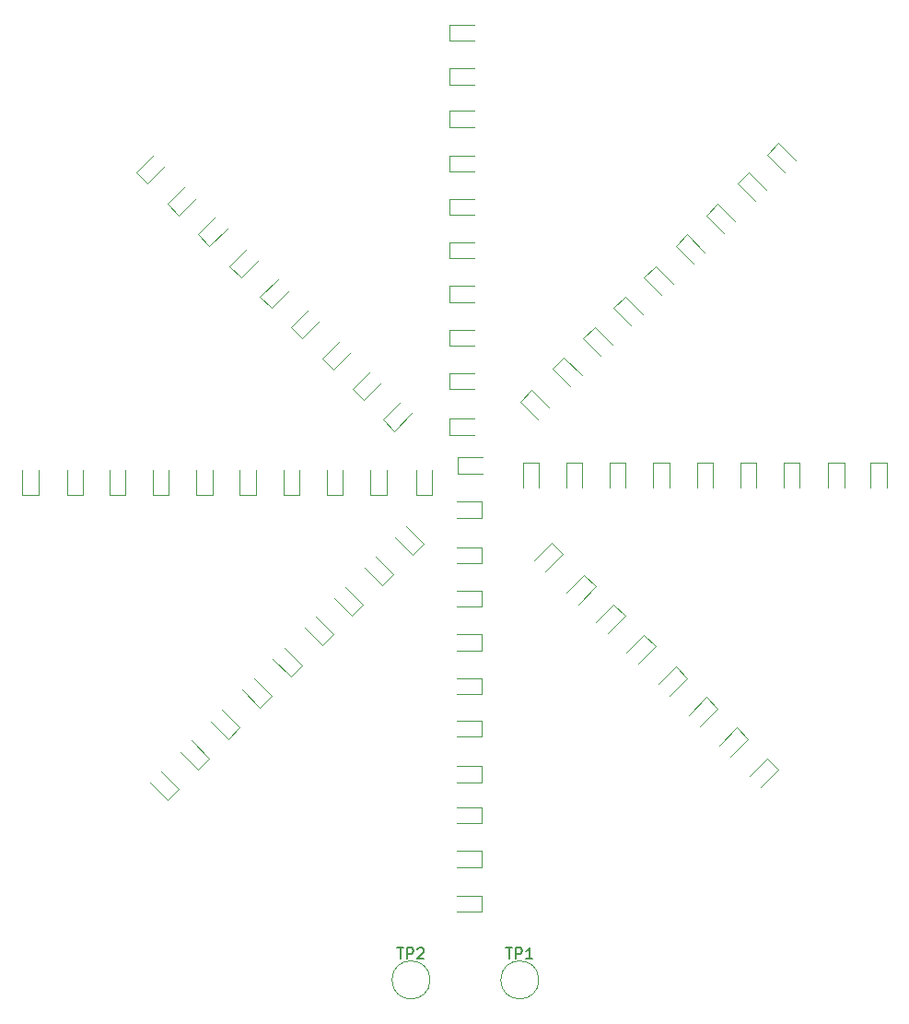
<source format=gto>
G04 #@! TF.GenerationSoftware,KiCad,Pcbnew,9.0.2-9.0.2-0~ubuntu24.04.1*
G04 #@! TF.CreationDate,2025-06-27T06:42:29-07:00*
G04 #@! TF.ProjectId,2025-flex-spiral-two,32303235-2d66-46c6-9578-2d7370697261,Jul2025*
G04 #@! TF.SameCoordinates,Original*
G04 #@! TF.FileFunction,Legend,Top*
G04 #@! TF.FilePolarity,Positive*
%FSLAX46Y46*%
G04 Gerber Fmt 4.6, Leading zero omitted, Abs format (unit mm)*
G04 Created by KiCad (PCBNEW 9.0.2-9.0.2-0~ubuntu24.04.1) date 2025-06-27 06:42:29*
%MOMM*%
%LPD*%
G01*
G04 APERTURE LIST*
%ADD10C,0.150000*%
%ADD11C,0.120000*%
G04 APERTURE END LIST*
D10*
X103738095Y-143056819D02*
X104309523Y-143056819D01*
X104023809Y-144056819D02*
X104023809Y-143056819D01*
X104642857Y-144056819D02*
X104642857Y-143056819D01*
X104642857Y-143056819D02*
X105023809Y-143056819D01*
X105023809Y-143056819D02*
X105119047Y-143104438D01*
X105119047Y-143104438D02*
X105166666Y-143152057D01*
X105166666Y-143152057D02*
X105214285Y-143247295D01*
X105214285Y-143247295D02*
X105214285Y-143390152D01*
X105214285Y-143390152D02*
X105166666Y-143485390D01*
X105166666Y-143485390D02*
X105119047Y-143533009D01*
X105119047Y-143533009D02*
X105023809Y-143580628D01*
X105023809Y-143580628D02*
X104642857Y-143580628D01*
X106166666Y-144056819D02*
X105595238Y-144056819D01*
X105880952Y-144056819D02*
X105880952Y-143056819D01*
X105880952Y-143056819D02*
X105785714Y-143199676D01*
X105785714Y-143199676D02*
X105690476Y-143294914D01*
X105690476Y-143294914D02*
X105595238Y-143342533D01*
X93738095Y-143056819D02*
X94309523Y-143056819D01*
X94023809Y-144056819D02*
X94023809Y-143056819D01*
X94642857Y-144056819D02*
X94642857Y-143056819D01*
X94642857Y-143056819D02*
X95023809Y-143056819D01*
X95023809Y-143056819D02*
X95119047Y-143104438D01*
X95119047Y-143104438D02*
X95166666Y-143152057D01*
X95166666Y-143152057D02*
X95214285Y-143247295D01*
X95214285Y-143247295D02*
X95214285Y-143390152D01*
X95214285Y-143390152D02*
X95166666Y-143485390D01*
X95166666Y-143485390D02*
X95119047Y-143533009D01*
X95119047Y-143533009D02*
X95023809Y-143580628D01*
X95023809Y-143580628D02*
X94642857Y-143580628D01*
X95595238Y-143152057D02*
X95642857Y-143104438D01*
X95642857Y-143104438D02*
X95738095Y-143056819D01*
X95738095Y-143056819D02*
X95976190Y-143056819D01*
X95976190Y-143056819D02*
X96071428Y-143104438D01*
X96071428Y-143104438D02*
X96119047Y-143152057D01*
X96119047Y-143152057D02*
X96166666Y-143247295D01*
X96166666Y-143247295D02*
X96166666Y-143342533D01*
X96166666Y-143342533D02*
X96119047Y-143485390D01*
X96119047Y-143485390D02*
X95547619Y-144056819D01*
X95547619Y-144056819D02*
X96166666Y-144056819D01*
D11*
G04 #@! TO.C,D29*
X113054038Y-114185409D02*
X114669777Y-112569670D01*
X113630330Y-111530223D02*
X112014591Y-113145962D01*
X114669777Y-112569670D02*
X113630330Y-111530223D01*
G04 #@! TO.C,D6*
X99200000Y-107735000D02*
X101485000Y-107735000D01*
X101485000Y-106265000D02*
X99200000Y-106265000D01*
X101485000Y-107735000D02*
X101485000Y-106265000D01*
G04 #@! TO.C,D36*
X121265000Y-98515000D02*
X121265000Y-100800000D01*
X122735000Y-98515000D02*
X121265000Y-98515000D01*
X122735000Y-100800000D02*
X122735000Y-98515000D01*
G04 #@! TO.C,D32*
X79265000Y-99200000D02*
X79265000Y-101485000D01*
X79265000Y-101485000D02*
X80735000Y-101485000D01*
X80735000Y-101485000D02*
X80735000Y-99200000D01*
G04 #@! TO.C,D62*
X99200000Y-135635000D02*
X101485000Y-135635000D01*
X101485000Y-134165000D02*
X99200000Y-134165000D01*
X101485000Y-135635000D02*
X101485000Y-134165000D01*
G04 #@! TO.C,D49*
X78330223Y-80430330D02*
X79369670Y-81469777D01*
X79369670Y-81469777D02*
X80985409Y-79854038D01*
X79945962Y-78814591D02*
X78330223Y-80430330D01*
G04 #@! TO.C,D27*
X110830223Y-87069670D02*
X112445962Y-88685409D01*
X111869670Y-86030223D02*
X110830223Y-87069670D01*
X113485409Y-87645962D02*
X111869670Y-86030223D01*
G04 #@! TO.C,D12*
X109265000Y-98515000D02*
X109265000Y-100800000D01*
X110735000Y-98515000D02*
X109265000Y-98515000D01*
X110735000Y-100800000D02*
X110735000Y-98515000D01*
G04 #@! TO.C,D21*
X110354038Y-111485409D02*
X111969777Y-109869670D01*
X110930330Y-108830223D02*
X109314591Y-110445962D01*
X111969777Y-109869670D02*
X110930330Y-108830223D01*
G04 #@! TO.C,D73*
X69730223Y-71830330D02*
X70769670Y-72869777D01*
X70769670Y-72869777D02*
X72385409Y-71254038D01*
X71345962Y-70214591D02*
X69730223Y-71830330D01*
G04 #@! TO.C,D35*
X113630223Y-84269670D02*
X115245962Y-85885409D01*
X114669670Y-83230223D02*
X113630223Y-84269670D01*
X116285409Y-84845962D02*
X114669670Y-83230223D01*
G04 #@! TO.C,D28*
X117265000Y-98515000D02*
X117265000Y-100800000D01*
X118735000Y-98515000D02*
X117265000Y-98515000D01*
X118735000Y-100800000D02*
X118735000Y-98515000D01*
G04 #@! TO.C,D25*
X86830223Y-88930330D02*
X87869670Y-89969777D01*
X87869670Y-89969777D02*
X89485409Y-88354038D01*
X88445962Y-87314591D02*
X86830223Y-88930330D01*
G04 #@! TO.C,D56*
X67265000Y-99200000D02*
X67265000Y-101485000D01*
X67265000Y-101485000D02*
X68735000Y-101485000D01*
X68735000Y-101485000D02*
X68735000Y-99200000D01*
G04 #@! TO.C,D38*
X99200000Y-123635000D02*
X101485000Y-123635000D01*
X101485000Y-122165000D02*
X99200000Y-122165000D01*
X101485000Y-123635000D02*
X101485000Y-122165000D01*
G04 #@! TO.C,D48*
X71265000Y-99200000D02*
X71265000Y-101485000D01*
X71265000Y-101485000D02*
X72735000Y-101485000D01*
X72735000Y-101485000D02*
X72735000Y-99200000D01*
G04 #@! TO.C,D33*
X83930223Y-86030330D02*
X84969670Y-87069777D01*
X84969670Y-87069777D02*
X86585409Y-85454038D01*
X85545962Y-84414591D02*
X83930223Y-86030330D01*
G04 #@! TO.C,D1*
X99265000Y-98015000D02*
X99265000Y-99485000D01*
X99265000Y-99485000D02*
X101550000Y-99485000D01*
X101550000Y-98015000D02*
X99265000Y-98015000D01*
G04 #@! TO.C,D51*
X119330223Y-78569670D02*
X120945962Y-80185409D01*
X120369670Y-77530223D02*
X119330223Y-78569670D01*
X121985409Y-79145962D02*
X120369670Y-77530223D01*
G04 #@! TO.C,D10*
X98515000Y-90265000D02*
X98515000Y-91735000D01*
X98515000Y-91735000D02*
X100800000Y-91735000D01*
X100800000Y-90265000D02*
X98515000Y-90265000D01*
G04 #@! TO.C,D71*
X71014591Y-127854038D02*
X72630330Y-129469777D01*
X72630330Y-129469777D02*
X73669777Y-128430330D01*
X73669777Y-128430330D02*
X72054038Y-126814591D01*
G04 #@! TO.C,D2*
X99200000Y-103535000D02*
X101485000Y-103535000D01*
X101485000Y-102065000D02*
X99200000Y-102065000D01*
X101485000Y-103535000D02*
X101485000Y-102065000D01*
G04 #@! TO.C,D20*
X113265000Y-98515000D02*
X113265000Y-100800000D01*
X114735000Y-98515000D02*
X113265000Y-98515000D01*
X114735000Y-100800000D02*
X114735000Y-98515000D01*
G04 #@! TO.C,D58*
X98515000Y-66165000D02*
X98515000Y-67635000D01*
X98515000Y-67635000D02*
X100800000Y-67635000D01*
X100800000Y-66165000D02*
X98515000Y-66165000D01*
G04 #@! TO.C,D31*
X85214591Y-113654038D02*
X86830330Y-115269777D01*
X86830330Y-115269777D02*
X87869777Y-114230330D01*
X87869777Y-114230330D02*
X86254038Y-112614591D01*
G04 #@! TO.C,D59*
X122130223Y-75769670D02*
X123745962Y-77385409D01*
X123169670Y-74730223D02*
X122130223Y-75769670D01*
X124785409Y-76345962D02*
X123169670Y-74730223D01*
G04 #@! TO.C,D74*
X98515000Y-58265000D02*
X98515000Y-59735000D01*
X98515000Y-59735000D02*
X100800000Y-59735000D01*
X100800000Y-58265000D02*
X98515000Y-58265000D01*
G04 #@! TO.C,D42*
X98515000Y-74265000D02*
X98515000Y-75735000D01*
X98515000Y-75735000D02*
X100800000Y-75735000D01*
X100800000Y-74265000D02*
X98515000Y-74265000D01*
G04 #@! TO.C,D43*
X116430223Y-81469670D02*
X118045962Y-83085409D01*
X117469670Y-80430223D02*
X116430223Y-81469670D01*
X119085409Y-82045962D02*
X117469670Y-80430223D01*
G04 #@! TO.C,D70*
X99200000Y-139735000D02*
X101485000Y-139735000D01*
X101485000Y-138265000D02*
X99200000Y-138265000D01*
X101485000Y-139735000D02*
X101485000Y-138265000D01*
G04 #@! TO.C,TP1*
X106750000Y-146000000D02*
G75*
G02*
X103250000Y-146000000I-1750000J0D01*
G01*
X103250000Y-146000000D02*
G75*
G02*
X106750000Y-146000000I1750000J0D01*
G01*
G04 #@! TO.C,D34*
X98515000Y-78265000D02*
X98515000Y-79735000D01*
X98515000Y-79735000D02*
X100800000Y-79735000D01*
X100800000Y-78265000D02*
X98515000Y-78265000D01*
G04 #@! TO.C,D53*
X121554038Y-122685409D02*
X123169777Y-121069670D01*
X122130330Y-120030223D02*
X120514591Y-121645962D01*
X123169777Y-121069670D02*
X122130330Y-120030223D01*
G04 #@! TO.C,D60*
X133365000Y-98515000D02*
X133365000Y-100800000D01*
X134835000Y-98515000D02*
X133365000Y-98515000D01*
X134835000Y-100800000D02*
X134835000Y-98515000D01*
G04 #@! TO.C,D72*
X59265000Y-99200000D02*
X59265000Y-101485000D01*
X59265000Y-101485000D02*
X60735000Y-101485000D01*
X60735000Y-101485000D02*
X60735000Y-99200000D01*
G04 #@! TO.C,D26*
X98515000Y-82265000D02*
X98515000Y-83735000D01*
X98515000Y-83735000D02*
X100800000Y-83735000D01*
X100800000Y-82265000D02*
X98515000Y-82265000D01*
G04 #@! TO.C,D16*
X87265000Y-99200000D02*
X87265000Y-101485000D01*
X87265000Y-101485000D02*
X88735000Y-101485000D01*
X88735000Y-101485000D02*
X88735000Y-99200000D01*
G04 #@! TO.C,D24*
X83265000Y-99200000D02*
X83265000Y-101485000D01*
X83265000Y-101485000D02*
X84735000Y-101485000D01*
X84735000Y-101485000D02*
X84735000Y-99200000D01*
G04 #@! TO.C,D22*
X99200000Y-115735000D02*
X101485000Y-115735000D01*
X101485000Y-114265000D02*
X99200000Y-114265000D01*
X101485000Y-115735000D02*
X101485000Y-114265000D01*
G04 #@! TO.C,D63*
X73814591Y-125054038D02*
X75430330Y-126669777D01*
X75430330Y-126669777D02*
X76469777Y-125630330D01*
X76469777Y-125630330D02*
X74854038Y-124014591D01*
G04 #@! TO.C,D7*
X93514591Y-105354038D02*
X95130330Y-106969777D01*
X95130330Y-106969777D02*
X96169777Y-105930330D01*
X96169777Y-105930330D02*
X94554038Y-104314591D01*
G04 #@! TO.C,D57*
X75430223Y-77530330D02*
X76469670Y-78569777D01*
X76469670Y-78569777D02*
X78085409Y-76954038D01*
X77045962Y-75914591D02*
X75430223Y-77530330D01*
G04 #@! TO.C,D4*
X98515000Y-94465000D02*
X98515000Y-95935000D01*
X98515000Y-95935000D02*
X100800000Y-95935000D01*
X100800000Y-94465000D02*
X98515000Y-94465000D01*
G04 #@! TO.C,D45*
X118754038Y-119885409D02*
X120369777Y-118269670D01*
X119330330Y-117230223D02*
X117714591Y-118845962D01*
X120369777Y-118269670D02*
X119330330Y-117230223D01*
G04 #@! TO.C,D41*
X81130223Y-83230330D02*
X82169670Y-84269777D01*
X82169670Y-84269777D02*
X83785409Y-82654038D01*
X82745962Y-81614591D02*
X81130223Y-83230330D01*
G04 #@! TO.C,D55*
X76614591Y-122254038D02*
X78230330Y-123869777D01*
X78230330Y-123869777D02*
X79269777Y-122830330D01*
X79269777Y-122830330D02*
X77654038Y-121214591D01*
G04 #@! TO.C,D50*
X98515000Y-70265000D02*
X98515000Y-71735000D01*
X98515000Y-71735000D02*
X100800000Y-71735000D01*
X100800000Y-70265000D02*
X98515000Y-70265000D01*
G04 #@! TO.C,D54*
X99200000Y-131635000D02*
X101485000Y-131635000D01*
X101485000Y-130165000D02*
X99200000Y-130165000D01*
X101485000Y-131635000D02*
X101485000Y-130165000D01*
G04 #@! TO.C,D37*
X115854038Y-116985409D02*
X117469777Y-115369670D01*
X116430330Y-114330223D02*
X114814591Y-115945962D01*
X117469777Y-115369670D02*
X116430330Y-114330223D01*
G04 #@! TO.C,D17*
X89630223Y-91730330D02*
X90669670Y-92769777D01*
X90669670Y-92769777D02*
X92285409Y-91154038D01*
X91245962Y-90114591D02*
X89630223Y-91730330D01*
G04 #@! TO.C,D64*
X63365000Y-99200000D02*
X63365000Y-101485000D01*
X63365000Y-101485000D02*
X64835000Y-101485000D01*
X64835000Y-101485000D02*
X64835000Y-99200000D01*
G04 #@! TO.C,D75*
X127730223Y-70169670D02*
X129345962Y-71785409D01*
X128769670Y-69130223D02*
X127730223Y-70169670D01*
X130385409Y-70745962D02*
X128769670Y-69130223D01*
G04 #@! TO.C,D66*
X98515000Y-62265000D02*
X98515000Y-63735000D01*
X98515000Y-63735000D02*
X100800000Y-63735000D01*
X100800000Y-62265000D02*
X98515000Y-62265000D01*
G04 #@! TO.C,D23*
X87914591Y-110954038D02*
X89530330Y-112569777D01*
X89530330Y-112569777D02*
X90569777Y-111530330D01*
X90569777Y-111530330D02*
X88954038Y-109914591D01*
G04 #@! TO.C,D18*
X98515000Y-86265000D02*
X98515000Y-87735000D01*
X98515000Y-87735000D02*
X100800000Y-87735000D01*
X100800000Y-86265000D02*
X98515000Y-86265000D01*
G04 #@! TO.C,D40*
X75265000Y-99200000D02*
X75265000Y-101485000D01*
X75265000Y-101485000D02*
X76735000Y-101485000D01*
X76735000Y-101485000D02*
X76735000Y-99200000D01*
G04 #@! TO.C,D11*
X105030223Y-92869670D02*
X106645962Y-94485409D01*
X106069670Y-91830223D02*
X105030223Y-92869670D01*
X107685409Y-93445962D02*
X106069670Y-91830223D01*
G04 #@! TO.C,TP2*
X96750000Y-146000000D02*
G75*
G02*
X93250000Y-146000000I-1750000J0D01*
G01*
X93250000Y-146000000D02*
G75*
G02*
X96750000Y-146000000I1750000J0D01*
G01*
G04 #@! TO.C,D13*
X107354038Y-108485409D02*
X108969777Y-106869670D01*
X107930330Y-105830223D02*
X106314591Y-107445962D01*
X108969777Y-106869670D02*
X107930330Y-105830223D01*
G04 #@! TO.C,D44*
X125265000Y-98515000D02*
X125265000Y-100800000D01*
X126735000Y-98515000D02*
X125265000Y-98515000D01*
X126735000Y-100800000D02*
X126735000Y-98515000D01*
G04 #@! TO.C,D67*
X125030223Y-72869670D02*
X126645962Y-74485409D01*
X126069670Y-71830223D02*
X125030223Y-72869670D01*
X127685409Y-73445962D02*
X126069670Y-71830223D01*
G04 #@! TO.C,D5*
X105265000Y-98515000D02*
X105265000Y-100800000D01*
X106735000Y-98515000D02*
X105265000Y-98515000D01*
X106735000Y-100800000D02*
X106735000Y-98515000D01*
G04 #@! TO.C,D68*
X137265000Y-98515000D02*
X137265000Y-100800000D01*
X138735000Y-98515000D02*
X137265000Y-98515000D01*
X138735000Y-100800000D02*
X138735000Y-98515000D01*
G04 #@! TO.C,D39*
X82314591Y-116554038D02*
X83930330Y-118169777D01*
X83930330Y-118169777D02*
X84969777Y-117130330D01*
X84969777Y-117130330D02*
X83354038Y-115514591D01*
G04 #@! TO.C,D3*
X95465000Y-99200000D02*
X95465000Y-101485000D01*
X95465000Y-101485000D02*
X96935000Y-101485000D01*
X96935000Y-101485000D02*
X96935000Y-99200000D01*
G04 #@! TO.C,D30*
X99200000Y-119735000D02*
X101485000Y-119735000D01*
X101485000Y-118265000D02*
X99200000Y-118265000D01*
X101485000Y-119735000D02*
X101485000Y-118265000D01*
G04 #@! TO.C,D69*
X127154038Y-128285409D02*
X128769777Y-126669670D01*
X127730330Y-125630223D02*
X126114591Y-127245962D01*
X128769777Y-126669670D02*
X127730330Y-125630223D01*
G04 #@! TO.C,D8*
X91265000Y-99200000D02*
X91265000Y-101485000D01*
X91265000Y-101485000D02*
X92735000Y-101485000D01*
X92735000Y-101485000D02*
X92735000Y-99200000D01*
G04 #@! TO.C,D15*
X90714591Y-108154038D02*
X92330330Y-109769777D01*
X92330330Y-109769777D02*
X93369777Y-108730330D01*
X93369777Y-108730330D02*
X91754038Y-107114591D01*
G04 #@! TO.C,D52*
X129265000Y-98515000D02*
X129265000Y-100800000D01*
X130735000Y-98515000D02*
X129265000Y-98515000D01*
X130735000Y-100800000D02*
X130735000Y-98515000D01*
G04 #@! TO.C,D9*
X92430223Y-94530330D02*
X93469670Y-95569777D01*
X93469670Y-95569777D02*
X95085409Y-93954038D01*
X94045962Y-92914591D02*
X92430223Y-94530330D01*
G04 #@! TO.C,D19*
X108030223Y-89869670D02*
X109645962Y-91485409D01*
X109069670Y-88830223D02*
X108030223Y-89869670D01*
X110685409Y-90445962D02*
X109069670Y-88830223D01*
G04 #@! TO.C,D65*
X72630223Y-74730330D02*
X73669670Y-75769777D01*
X73669670Y-75769777D02*
X75285409Y-74154038D01*
X74245962Y-73114591D02*
X72630223Y-74730330D01*
G04 #@! TO.C,D14*
X99200000Y-111735000D02*
X101485000Y-111735000D01*
X101485000Y-110265000D02*
X99200000Y-110265000D01*
X101485000Y-111735000D02*
X101485000Y-110265000D01*
G04 #@! TO.C,D46*
X99200000Y-127835000D02*
X101485000Y-127835000D01*
X101485000Y-126365000D02*
X99200000Y-126365000D01*
X101485000Y-127835000D02*
X101485000Y-126365000D01*
G04 #@! TO.C,D61*
X124354038Y-125485409D02*
X125969777Y-123869670D01*
X124930330Y-122830223D02*
X123314591Y-124445962D01*
X125969777Y-123869670D02*
X124930330Y-122830223D01*
G04 #@! TO.C,D47*
X79514591Y-119354038D02*
X81130330Y-120969777D01*
X81130330Y-120969777D02*
X82169777Y-119930330D01*
X82169777Y-119930330D02*
X80554038Y-118314591D01*
G04 #@! TD*
M02*

</source>
